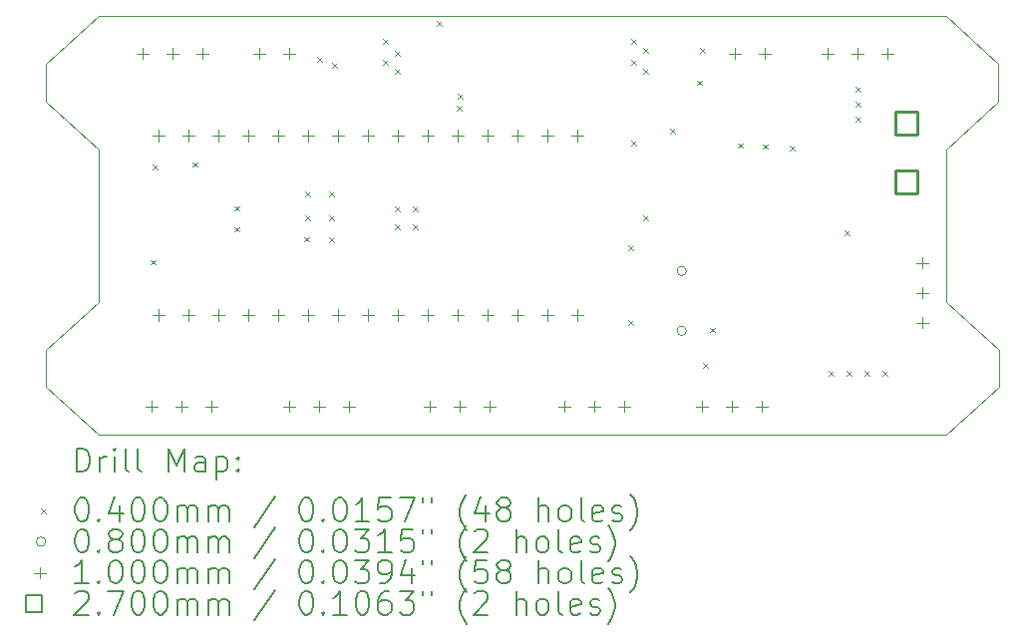
<source format=gbr>
%TF.GenerationSoftware,KiCad,Pcbnew,8.0.4*%
%TF.CreationDate,2024-08-28T14:32:16-04:00*%
%TF.ProjectId,luytenPCB,6c757974-656e-4504-9342-2e6b69636164,rev?*%
%TF.SameCoordinates,Original*%
%TF.FileFunction,Drillmap*%
%TF.FilePolarity,Positive*%
%FSLAX45Y45*%
G04 Gerber Fmt 4.5, Leading zero omitted, Abs format (unit mm)*
G04 Created by KiCad (PCBNEW 8.0.4) date 2024-08-28 14:32:16*
%MOMM*%
%LPD*%
G01*
G04 APERTURE LIST*
%ADD10C,0.100000*%
%ADD11C,0.200000*%
%ADD12C,0.270000*%
G04 APERTURE END LIST*
D10*
X4629150Y-6286500D02*
X4184650Y-5880100D01*
X4184650Y-5562600D02*
X4629150Y-5156200D01*
X11830050Y-5156200D02*
X12274550Y-5562600D01*
X4629150Y-3860800D02*
X4629150Y-5156200D01*
X12274550Y-5562600D02*
X12274550Y-5880100D01*
X11823700Y-2730500D02*
X12268200Y-3136900D01*
X12268200Y-3454400D02*
X11823700Y-3860800D01*
X4184650Y-3454400D02*
X4184650Y-3136900D01*
X11830050Y-6286500D02*
X4629150Y-6286500D01*
X4629150Y-3860800D02*
X4184650Y-3454400D01*
X12274550Y-5880100D02*
X11830050Y-6286500D01*
X4629150Y-2730500D02*
X11823700Y-2730500D01*
X4184650Y-5880100D02*
X4184650Y-5562600D01*
X12268200Y-3136900D02*
X12268200Y-3454400D01*
X11823700Y-3860800D02*
X11830050Y-5156200D01*
X4184650Y-3136900D02*
X4629150Y-2730500D01*
D11*
D10*
X5070160Y-4800920D02*
X5110160Y-4840920D01*
X5110160Y-4800920D02*
X5070160Y-4840920D01*
X5085400Y-3993200D02*
X5125400Y-4033200D01*
X5125400Y-3993200D02*
X5085400Y-4033200D01*
X5425760Y-3972880D02*
X5465760Y-4012880D01*
X5465760Y-3972880D02*
X5425760Y-4012880D01*
X5781360Y-4343720D02*
X5821360Y-4383720D01*
X5821360Y-4343720D02*
X5781360Y-4383720D01*
X5781360Y-4521520D02*
X5821360Y-4561520D01*
X5821360Y-4521520D02*
X5781360Y-4561520D01*
X6375720Y-4607880D02*
X6415720Y-4647880D01*
X6415720Y-4607880D02*
X6375720Y-4647880D01*
X6380800Y-4221800D02*
X6420800Y-4261800D01*
X6420800Y-4221800D02*
X6380800Y-4261800D01*
X6380800Y-4425000D02*
X6420800Y-4465000D01*
X6420800Y-4425000D02*
X6380800Y-4465000D01*
X6482400Y-3078800D02*
X6522400Y-3118800D01*
X6522400Y-3078800D02*
X6482400Y-3118800D01*
X6584000Y-4221800D02*
X6624000Y-4261800D01*
X6624000Y-4221800D02*
X6584000Y-4261800D01*
X6584000Y-4425000D02*
X6624000Y-4465000D01*
X6624000Y-4425000D02*
X6584000Y-4465000D01*
X6584000Y-4612960D02*
X6624000Y-4652960D01*
X6624000Y-4612960D02*
X6584000Y-4652960D01*
X6609400Y-3129600D02*
X6649400Y-3169600D01*
X6649400Y-3129600D02*
X6609400Y-3169600D01*
X7041200Y-2926400D02*
X7081200Y-2966400D01*
X7081200Y-2926400D02*
X7041200Y-2966400D01*
X7041200Y-3104200D02*
X7081200Y-3144200D01*
X7081200Y-3104200D02*
X7041200Y-3144200D01*
X7142800Y-3028000D02*
X7182800Y-3068000D01*
X7182800Y-3028000D02*
X7142800Y-3068000D01*
X7142800Y-3180400D02*
X7182800Y-3220400D01*
X7182800Y-3180400D02*
X7142800Y-3220400D01*
X7142800Y-4348800D02*
X7182800Y-4388800D01*
X7182800Y-4348800D02*
X7142800Y-4388800D01*
X7142800Y-4501200D02*
X7182800Y-4541200D01*
X7182800Y-4501200D02*
X7142800Y-4541200D01*
X7295200Y-4348800D02*
X7335200Y-4388800D01*
X7335200Y-4348800D02*
X7295200Y-4388800D01*
X7295200Y-4501200D02*
X7335200Y-4541200D01*
X7335200Y-4501200D02*
X7295200Y-4541200D01*
X7498400Y-2774000D02*
X7538400Y-2814000D01*
X7538400Y-2774000D02*
X7498400Y-2814000D01*
X7670944Y-3493622D02*
X7710944Y-3533622D01*
X7710944Y-3493622D02*
X7670944Y-3533622D01*
X7676200Y-3393760D02*
X7716200Y-3433760D01*
X7716200Y-3393760D02*
X7676200Y-3433760D01*
X9124000Y-4679000D02*
X9164000Y-4719000D01*
X9164000Y-4679000D02*
X9124000Y-4719000D01*
X9130000Y-5314000D02*
X9170000Y-5354000D01*
X9170000Y-5314000D02*
X9130000Y-5354000D01*
X9149400Y-2926400D02*
X9189400Y-2966400D01*
X9189400Y-2926400D02*
X9149400Y-2966400D01*
X9149400Y-3104200D02*
X9189400Y-3144200D01*
X9189400Y-3104200D02*
X9149400Y-3144200D01*
X9149400Y-3790000D02*
X9189400Y-3830000D01*
X9189400Y-3790000D02*
X9149400Y-3830000D01*
X9251000Y-3002600D02*
X9291000Y-3042600D01*
X9291000Y-3002600D02*
X9251000Y-3042600D01*
X9251000Y-3180400D02*
X9291000Y-3220400D01*
X9291000Y-3180400D02*
X9251000Y-3220400D01*
X9251000Y-4425000D02*
X9291000Y-4465000D01*
X9291000Y-4425000D02*
X9251000Y-4465000D01*
X9479600Y-3688400D02*
X9519600Y-3728400D01*
X9519600Y-3688400D02*
X9479600Y-3728400D01*
X9708200Y-3276920D02*
X9748200Y-3316920D01*
X9748200Y-3276920D02*
X9708200Y-3316920D01*
X9733600Y-3002600D02*
X9773600Y-3042600D01*
X9773600Y-3002600D02*
X9733600Y-3042600D01*
X9759000Y-5679760D02*
X9799000Y-5719760D01*
X9799000Y-5679760D02*
X9759000Y-5719760D01*
X9822500Y-5377500D02*
X9862500Y-5417500D01*
X9862500Y-5377500D02*
X9822500Y-5417500D01*
X10058720Y-3810320D02*
X10098720Y-3850320D01*
X10098720Y-3810320D02*
X10058720Y-3850320D01*
X10272080Y-3820480D02*
X10312080Y-3860480D01*
X10312080Y-3820480D02*
X10272080Y-3860480D01*
X10495600Y-3830640D02*
X10535600Y-3870640D01*
X10535600Y-3830640D02*
X10495600Y-3870640D01*
X10825800Y-5745800D02*
X10865800Y-5785800D01*
X10865800Y-5745800D02*
X10825800Y-5785800D01*
X10965500Y-4552000D02*
X11005500Y-4592000D01*
X11005500Y-4552000D02*
X10965500Y-4592000D01*
X10978200Y-5745800D02*
X11018200Y-5785800D01*
X11018200Y-5745800D02*
X10978200Y-5785800D01*
X11054400Y-3332800D02*
X11094400Y-3372800D01*
X11094400Y-3332800D02*
X11054400Y-3372800D01*
X11054400Y-3459800D02*
X11094400Y-3499800D01*
X11094400Y-3459800D02*
X11054400Y-3499800D01*
X11054400Y-3586800D02*
X11094400Y-3626800D01*
X11094400Y-3586800D02*
X11054400Y-3626800D01*
X11130600Y-5745800D02*
X11170600Y-5785800D01*
X11170600Y-5745800D02*
X11130600Y-5785800D01*
X11283000Y-5745800D02*
X11323000Y-5785800D01*
X11323000Y-5745800D02*
X11283000Y-5785800D01*
X9620270Y-4897120D02*
G75*
G02*
X9540270Y-4897120I-40000J0D01*
G01*
X9540270Y-4897120D02*
G75*
G02*
X9620270Y-4897120I40000J0D01*
G01*
X9620270Y-5405120D02*
G75*
G02*
X9540270Y-5405120I-40000J0D01*
G01*
X9540270Y-5405120D02*
G75*
G02*
X9620270Y-5405120I40000J0D01*
G01*
X5005300Y-2998000D02*
X5005300Y-3098000D01*
X4955300Y-3048000D02*
X5055300Y-3048000D01*
X5080000Y-5995200D02*
X5080000Y-6095200D01*
X5030000Y-6045200D02*
X5130000Y-6045200D01*
X5135880Y-3693960D02*
X5135880Y-3793960D01*
X5085880Y-3743960D02*
X5185880Y-3743960D01*
X5135880Y-5217960D02*
X5135880Y-5317960D01*
X5085880Y-5267960D02*
X5185880Y-5267960D01*
X5259300Y-2998000D02*
X5259300Y-3098000D01*
X5209300Y-3048000D02*
X5309300Y-3048000D01*
X5334000Y-5995200D02*
X5334000Y-6095200D01*
X5284000Y-6045200D02*
X5384000Y-6045200D01*
X5389880Y-3693960D02*
X5389880Y-3793960D01*
X5339880Y-3743960D02*
X5439880Y-3743960D01*
X5389880Y-5217960D02*
X5389880Y-5317960D01*
X5339880Y-5267960D02*
X5439880Y-5267960D01*
X5513300Y-2998000D02*
X5513300Y-3098000D01*
X5463300Y-3048000D02*
X5563300Y-3048000D01*
X5588000Y-5995200D02*
X5588000Y-6095200D01*
X5538000Y-6045200D02*
X5638000Y-6045200D01*
X5643880Y-3693960D02*
X5643880Y-3793960D01*
X5593880Y-3743960D02*
X5693880Y-3743960D01*
X5643880Y-5217960D02*
X5643880Y-5317960D01*
X5593880Y-5267960D02*
X5693880Y-5267960D01*
X5897880Y-3693960D02*
X5897880Y-3793960D01*
X5847880Y-3743960D02*
X5947880Y-3743960D01*
X5897880Y-5217960D02*
X5897880Y-5317960D01*
X5847880Y-5267960D02*
X5947880Y-5267960D01*
X5994400Y-2998000D02*
X5994400Y-3098000D01*
X5944400Y-3048000D02*
X6044400Y-3048000D01*
X6151880Y-3693960D02*
X6151880Y-3793960D01*
X6101880Y-3743960D02*
X6201880Y-3743960D01*
X6151880Y-5217960D02*
X6151880Y-5317960D01*
X6101880Y-5267960D02*
X6201880Y-5267960D01*
X6248400Y-2998000D02*
X6248400Y-3098000D01*
X6198400Y-3048000D02*
X6298400Y-3048000D01*
X6248400Y-5995200D02*
X6248400Y-6095200D01*
X6198400Y-6045200D02*
X6298400Y-6045200D01*
X6405880Y-3693960D02*
X6405880Y-3793960D01*
X6355880Y-3743960D02*
X6455880Y-3743960D01*
X6405880Y-5217960D02*
X6405880Y-5317960D01*
X6355880Y-5267960D02*
X6455880Y-5267960D01*
X6502400Y-5995200D02*
X6502400Y-6095200D01*
X6452400Y-6045200D02*
X6552400Y-6045200D01*
X6659880Y-3693960D02*
X6659880Y-3793960D01*
X6609880Y-3743960D02*
X6709880Y-3743960D01*
X6659880Y-5217960D02*
X6659880Y-5317960D01*
X6609880Y-5267960D02*
X6709880Y-5267960D01*
X6756400Y-5995200D02*
X6756400Y-6095200D01*
X6706400Y-6045200D02*
X6806400Y-6045200D01*
X6913880Y-3693960D02*
X6913880Y-3793960D01*
X6863880Y-3743960D02*
X6963880Y-3743960D01*
X6913880Y-5217960D02*
X6913880Y-5317960D01*
X6863880Y-5267960D02*
X6963880Y-5267960D01*
X7167880Y-3693960D02*
X7167880Y-3793960D01*
X7117880Y-3743960D02*
X7217880Y-3743960D01*
X7167880Y-5217960D02*
X7167880Y-5317960D01*
X7117880Y-5267960D02*
X7217880Y-5267960D01*
X7421880Y-3693960D02*
X7421880Y-3793960D01*
X7371880Y-3743960D02*
X7471880Y-3743960D01*
X7421880Y-5217960D02*
X7421880Y-5317960D01*
X7371880Y-5267960D02*
X7471880Y-5267960D01*
X7442200Y-5995200D02*
X7442200Y-6095200D01*
X7392200Y-6045200D02*
X7492200Y-6045200D01*
X7675880Y-3693960D02*
X7675880Y-3793960D01*
X7625880Y-3743960D02*
X7725880Y-3743960D01*
X7675880Y-5217960D02*
X7675880Y-5317960D01*
X7625880Y-5267960D02*
X7725880Y-5267960D01*
X7696200Y-5995200D02*
X7696200Y-6095200D01*
X7646200Y-6045200D02*
X7746200Y-6045200D01*
X7929880Y-3693960D02*
X7929880Y-3793960D01*
X7879880Y-3743960D02*
X7979880Y-3743960D01*
X7929880Y-5217960D02*
X7929880Y-5317960D01*
X7879880Y-5267960D02*
X7979880Y-5267960D01*
X7950200Y-5995200D02*
X7950200Y-6095200D01*
X7900200Y-6045200D02*
X8000200Y-6045200D01*
X8183880Y-3693960D02*
X8183880Y-3793960D01*
X8133880Y-3743960D02*
X8233880Y-3743960D01*
X8183880Y-5217960D02*
X8183880Y-5317960D01*
X8133880Y-5267960D02*
X8233880Y-5267960D01*
X8437880Y-3693960D02*
X8437880Y-3793960D01*
X8387880Y-3743960D02*
X8487880Y-3743960D01*
X8437880Y-5217960D02*
X8437880Y-5317960D01*
X8387880Y-5267960D02*
X8487880Y-5267960D01*
X8585200Y-5995200D02*
X8585200Y-6095200D01*
X8535200Y-6045200D02*
X8635200Y-6045200D01*
X8691880Y-3693960D02*
X8691880Y-3793960D01*
X8641880Y-3743960D02*
X8741880Y-3743960D01*
X8691880Y-5217960D02*
X8691880Y-5317960D01*
X8641880Y-5267960D02*
X8741880Y-5267960D01*
X8839200Y-5995200D02*
X8839200Y-6095200D01*
X8789200Y-6045200D02*
X8889200Y-6045200D01*
X9093200Y-5995200D02*
X9093200Y-6095200D01*
X9043200Y-6045200D02*
X9143200Y-6045200D01*
X9755100Y-5995200D02*
X9755100Y-6095200D01*
X9705100Y-6045200D02*
X9805100Y-6045200D01*
X10009100Y-5995200D02*
X10009100Y-6095200D01*
X9959100Y-6045200D02*
X10059100Y-6045200D01*
X10033000Y-2998000D02*
X10033000Y-3098000D01*
X9983000Y-3048000D02*
X10083000Y-3048000D01*
X10263100Y-5995200D02*
X10263100Y-6095200D01*
X10213100Y-6045200D02*
X10313100Y-6045200D01*
X10287000Y-2998000D02*
X10287000Y-3098000D01*
X10237000Y-3048000D02*
X10337000Y-3048000D01*
X10818900Y-2998000D02*
X10818900Y-3098000D01*
X10768900Y-3048000D02*
X10868900Y-3048000D01*
X11072900Y-2998000D02*
X11072900Y-3098000D01*
X11022900Y-3048000D02*
X11122900Y-3048000D01*
X11326900Y-2998000D02*
X11326900Y-3098000D01*
X11276900Y-3048000D02*
X11376900Y-3048000D01*
X11622555Y-4776000D02*
X11622555Y-4876000D01*
X11572555Y-4826000D02*
X11672555Y-4826000D01*
X11622555Y-5030000D02*
X11622555Y-5130000D01*
X11572555Y-5080000D02*
X11672555Y-5080000D01*
X11622555Y-5284000D02*
X11622555Y-5384000D01*
X11572555Y-5334000D02*
X11672555Y-5334000D01*
D12*
X11583449Y-3735376D02*
X11583449Y-3544456D01*
X11392529Y-3544456D01*
X11392529Y-3735376D01*
X11583449Y-3735376D01*
X11583449Y-4235377D02*
X11583449Y-4044456D01*
X11392529Y-4044456D01*
X11392529Y-4235377D01*
X11583449Y-4235377D01*
D11*
X4440427Y-6602984D02*
X4440427Y-6402984D01*
X4440427Y-6402984D02*
X4488046Y-6402984D01*
X4488046Y-6402984D02*
X4516617Y-6412508D01*
X4516617Y-6412508D02*
X4535665Y-6431555D01*
X4535665Y-6431555D02*
X4545189Y-6450603D01*
X4545189Y-6450603D02*
X4554713Y-6488698D01*
X4554713Y-6488698D02*
X4554713Y-6517269D01*
X4554713Y-6517269D02*
X4545189Y-6555365D01*
X4545189Y-6555365D02*
X4535665Y-6574412D01*
X4535665Y-6574412D02*
X4516617Y-6593460D01*
X4516617Y-6593460D02*
X4488046Y-6602984D01*
X4488046Y-6602984D02*
X4440427Y-6602984D01*
X4640427Y-6602984D02*
X4640427Y-6469650D01*
X4640427Y-6507746D02*
X4649951Y-6488698D01*
X4649951Y-6488698D02*
X4659474Y-6479174D01*
X4659474Y-6479174D02*
X4678522Y-6469650D01*
X4678522Y-6469650D02*
X4697570Y-6469650D01*
X4764236Y-6602984D02*
X4764236Y-6469650D01*
X4764236Y-6402984D02*
X4754713Y-6412508D01*
X4754713Y-6412508D02*
X4764236Y-6422031D01*
X4764236Y-6422031D02*
X4773760Y-6412508D01*
X4773760Y-6412508D02*
X4764236Y-6402984D01*
X4764236Y-6402984D02*
X4764236Y-6422031D01*
X4888046Y-6602984D02*
X4868998Y-6593460D01*
X4868998Y-6593460D02*
X4859474Y-6574412D01*
X4859474Y-6574412D02*
X4859474Y-6402984D01*
X4992808Y-6602984D02*
X4973760Y-6593460D01*
X4973760Y-6593460D02*
X4964236Y-6574412D01*
X4964236Y-6574412D02*
X4964236Y-6402984D01*
X5221379Y-6602984D02*
X5221379Y-6402984D01*
X5221379Y-6402984D02*
X5288046Y-6545841D01*
X5288046Y-6545841D02*
X5354713Y-6402984D01*
X5354713Y-6402984D02*
X5354713Y-6602984D01*
X5535665Y-6602984D02*
X5535665Y-6498222D01*
X5535665Y-6498222D02*
X5526141Y-6479174D01*
X5526141Y-6479174D02*
X5507094Y-6469650D01*
X5507094Y-6469650D02*
X5468998Y-6469650D01*
X5468998Y-6469650D02*
X5449951Y-6479174D01*
X5535665Y-6593460D02*
X5516617Y-6602984D01*
X5516617Y-6602984D02*
X5468998Y-6602984D01*
X5468998Y-6602984D02*
X5449951Y-6593460D01*
X5449951Y-6593460D02*
X5440427Y-6574412D01*
X5440427Y-6574412D02*
X5440427Y-6555365D01*
X5440427Y-6555365D02*
X5449951Y-6536317D01*
X5449951Y-6536317D02*
X5468998Y-6526793D01*
X5468998Y-6526793D02*
X5516617Y-6526793D01*
X5516617Y-6526793D02*
X5535665Y-6517269D01*
X5630903Y-6469650D02*
X5630903Y-6669650D01*
X5630903Y-6479174D02*
X5649951Y-6469650D01*
X5649951Y-6469650D02*
X5688046Y-6469650D01*
X5688046Y-6469650D02*
X5707093Y-6479174D01*
X5707093Y-6479174D02*
X5716617Y-6488698D01*
X5716617Y-6488698D02*
X5726141Y-6507746D01*
X5726141Y-6507746D02*
X5726141Y-6564888D01*
X5726141Y-6564888D02*
X5716617Y-6583936D01*
X5716617Y-6583936D02*
X5707093Y-6593460D01*
X5707093Y-6593460D02*
X5688046Y-6602984D01*
X5688046Y-6602984D02*
X5649951Y-6602984D01*
X5649951Y-6602984D02*
X5630903Y-6593460D01*
X5811855Y-6583936D02*
X5821379Y-6593460D01*
X5821379Y-6593460D02*
X5811855Y-6602984D01*
X5811855Y-6602984D02*
X5802332Y-6593460D01*
X5802332Y-6593460D02*
X5811855Y-6583936D01*
X5811855Y-6583936D02*
X5811855Y-6602984D01*
X5811855Y-6479174D02*
X5821379Y-6488698D01*
X5821379Y-6488698D02*
X5811855Y-6498222D01*
X5811855Y-6498222D02*
X5802332Y-6488698D01*
X5802332Y-6488698D02*
X5811855Y-6479174D01*
X5811855Y-6479174D02*
X5811855Y-6498222D01*
D10*
X4139650Y-6911500D02*
X4179650Y-6951500D01*
X4179650Y-6911500D02*
X4139650Y-6951500D01*
D11*
X4478522Y-6822984D02*
X4497570Y-6822984D01*
X4497570Y-6822984D02*
X4516617Y-6832508D01*
X4516617Y-6832508D02*
X4526141Y-6842031D01*
X4526141Y-6842031D02*
X4535665Y-6861079D01*
X4535665Y-6861079D02*
X4545189Y-6899174D01*
X4545189Y-6899174D02*
X4545189Y-6946793D01*
X4545189Y-6946793D02*
X4535665Y-6984888D01*
X4535665Y-6984888D02*
X4526141Y-7003936D01*
X4526141Y-7003936D02*
X4516617Y-7013460D01*
X4516617Y-7013460D02*
X4497570Y-7022984D01*
X4497570Y-7022984D02*
X4478522Y-7022984D01*
X4478522Y-7022984D02*
X4459474Y-7013460D01*
X4459474Y-7013460D02*
X4449951Y-7003936D01*
X4449951Y-7003936D02*
X4440427Y-6984888D01*
X4440427Y-6984888D02*
X4430903Y-6946793D01*
X4430903Y-6946793D02*
X4430903Y-6899174D01*
X4430903Y-6899174D02*
X4440427Y-6861079D01*
X4440427Y-6861079D02*
X4449951Y-6842031D01*
X4449951Y-6842031D02*
X4459474Y-6832508D01*
X4459474Y-6832508D02*
X4478522Y-6822984D01*
X4630903Y-7003936D02*
X4640427Y-7013460D01*
X4640427Y-7013460D02*
X4630903Y-7022984D01*
X4630903Y-7022984D02*
X4621379Y-7013460D01*
X4621379Y-7013460D02*
X4630903Y-7003936D01*
X4630903Y-7003936D02*
X4630903Y-7022984D01*
X4811855Y-6889650D02*
X4811855Y-7022984D01*
X4764236Y-6813460D02*
X4716617Y-6956317D01*
X4716617Y-6956317D02*
X4840427Y-6956317D01*
X4954713Y-6822984D02*
X4973760Y-6822984D01*
X4973760Y-6822984D02*
X4992808Y-6832508D01*
X4992808Y-6832508D02*
X5002332Y-6842031D01*
X5002332Y-6842031D02*
X5011855Y-6861079D01*
X5011855Y-6861079D02*
X5021379Y-6899174D01*
X5021379Y-6899174D02*
X5021379Y-6946793D01*
X5021379Y-6946793D02*
X5011855Y-6984888D01*
X5011855Y-6984888D02*
X5002332Y-7003936D01*
X5002332Y-7003936D02*
X4992808Y-7013460D01*
X4992808Y-7013460D02*
X4973760Y-7022984D01*
X4973760Y-7022984D02*
X4954713Y-7022984D01*
X4954713Y-7022984D02*
X4935665Y-7013460D01*
X4935665Y-7013460D02*
X4926141Y-7003936D01*
X4926141Y-7003936D02*
X4916617Y-6984888D01*
X4916617Y-6984888D02*
X4907094Y-6946793D01*
X4907094Y-6946793D02*
X4907094Y-6899174D01*
X4907094Y-6899174D02*
X4916617Y-6861079D01*
X4916617Y-6861079D02*
X4926141Y-6842031D01*
X4926141Y-6842031D02*
X4935665Y-6832508D01*
X4935665Y-6832508D02*
X4954713Y-6822984D01*
X5145189Y-6822984D02*
X5164236Y-6822984D01*
X5164236Y-6822984D02*
X5183284Y-6832508D01*
X5183284Y-6832508D02*
X5192808Y-6842031D01*
X5192808Y-6842031D02*
X5202332Y-6861079D01*
X5202332Y-6861079D02*
X5211855Y-6899174D01*
X5211855Y-6899174D02*
X5211855Y-6946793D01*
X5211855Y-6946793D02*
X5202332Y-6984888D01*
X5202332Y-6984888D02*
X5192808Y-7003936D01*
X5192808Y-7003936D02*
X5183284Y-7013460D01*
X5183284Y-7013460D02*
X5164236Y-7022984D01*
X5164236Y-7022984D02*
X5145189Y-7022984D01*
X5145189Y-7022984D02*
X5126141Y-7013460D01*
X5126141Y-7013460D02*
X5116617Y-7003936D01*
X5116617Y-7003936D02*
X5107094Y-6984888D01*
X5107094Y-6984888D02*
X5097570Y-6946793D01*
X5097570Y-6946793D02*
X5097570Y-6899174D01*
X5097570Y-6899174D02*
X5107094Y-6861079D01*
X5107094Y-6861079D02*
X5116617Y-6842031D01*
X5116617Y-6842031D02*
X5126141Y-6832508D01*
X5126141Y-6832508D02*
X5145189Y-6822984D01*
X5297570Y-7022984D02*
X5297570Y-6889650D01*
X5297570Y-6908698D02*
X5307094Y-6899174D01*
X5307094Y-6899174D02*
X5326141Y-6889650D01*
X5326141Y-6889650D02*
X5354713Y-6889650D01*
X5354713Y-6889650D02*
X5373760Y-6899174D01*
X5373760Y-6899174D02*
X5383284Y-6918222D01*
X5383284Y-6918222D02*
X5383284Y-7022984D01*
X5383284Y-6918222D02*
X5392808Y-6899174D01*
X5392808Y-6899174D02*
X5411855Y-6889650D01*
X5411855Y-6889650D02*
X5440427Y-6889650D01*
X5440427Y-6889650D02*
X5459475Y-6899174D01*
X5459475Y-6899174D02*
X5468998Y-6918222D01*
X5468998Y-6918222D02*
X5468998Y-7022984D01*
X5564236Y-7022984D02*
X5564236Y-6889650D01*
X5564236Y-6908698D02*
X5573760Y-6899174D01*
X5573760Y-6899174D02*
X5592808Y-6889650D01*
X5592808Y-6889650D02*
X5621379Y-6889650D01*
X5621379Y-6889650D02*
X5640427Y-6899174D01*
X5640427Y-6899174D02*
X5649951Y-6918222D01*
X5649951Y-6918222D02*
X5649951Y-7022984D01*
X5649951Y-6918222D02*
X5659474Y-6899174D01*
X5659474Y-6899174D02*
X5678522Y-6889650D01*
X5678522Y-6889650D02*
X5707093Y-6889650D01*
X5707093Y-6889650D02*
X5726141Y-6899174D01*
X5726141Y-6899174D02*
X5735665Y-6918222D01*
X5735665Y-6918222D02*
X5735665Y-7022984D01*
X6126141Y-6813460D02*
X5954713Y-7070603D01*
X6383284Y-6822984D02*
X6402332Y-6822984D01*
X6402332Y-6822984D02*
X6421379Y-6832508D01*
X6421379Y-6832508D02*
X6430903Y-6842031D01*
X6430903Y-6842031D02*
X6440427Y-6861079D01*
X6440427Y-6861079D02*
X6449951Y-6899174D01*
X6449951Y-6899174D02*
X6449951Y-6946793D01*
X6449951Y-6946793D02*
X6440427Y-6984888D01*
X6440427Y-6984888D02*
X6430903Y-7003936D01*
X6430903Y-7003936D02*
X6421379Y-7013460D01*
X6421379Y-7013460D02*
X6402332Y-7022984D01*
X6402332Y-7022984D02*
X6383284Y-7022984D01*
X6383284Y-7022984D02*
X6364236Y-7013460D01*
X6364236Y-7013460D02*
X6354713Y-7003936D01*
X6354713Y-7003936D02*
X6345189Y-6984888D01*
X6345189Y-6984888D02*
X6335665Y-6946793D01*
X6335665Y-6946793D02*
X6335665Y-6899174D01*
X6335665Y-6899174D02*
X6345189Y-6861079D01*
X6345189Y-6861079D02*
X6354713Y-6842031D01*
X6354713Y-6842031D02*
X6364236Y-6832508D01*
X6364236Y-6832508D02*
X6383284Y-6822984D01*
X6535665Y-7003936D02*
X6545189Y-7013460D01*
X6545189Y-7013460D02*
X6535665Y-7022984D01*
X6535665Y-7022984D02*
X6526141Y-7013460D01*
X6526141Y-7013460D02*
X6535665Y-7003936D01*
X6535665Y-7003936D02*
X6535665Y-7022984D01*
X6668998Y-6822984D02*
X6688046Y-6822984D01*
X6688046Y-6822984D02*
X6707094Y-6832508D01*
X6707094Y-6832508D02*
X6716617Y-6842031D01*
X6716617Y-6842031D02*
X6726141Y-6861079D01*
X6726141Y-6861079D02*
X6735665Y-6899174D01*
X6735665Y-6899174D02*
X6735665Y-6946793D01*
X6735665Y-6946793D02*
X6726141Y-6984888D01*
X6726141Y-6984888D02*
X6716617Y-7003936D01*
X6716617Y-7003936D02*
X6707094Y-7013460D01*
X6707094Y-7013460D02*
X6688046Y-7022984D01*
X6688046Y-7022984D02*
X6668998Y-7022984D01*
X6668998Y-7022984D02*
X6649951Y-7013460D01*
X6649951Y-7013460D02*
X6640427Y-7003936D01*
X6640427Y-7003936D02*
X6630903Y-6984888D01*
X6630903Y-6984888D02*
X6621379Y-6946793D01*
X6621379Y-6946793D02*
X6621379Y-6899174D01*
X6621379Y-6899174D02*
X6630903Y-6861079D01*
X6630903Y-6861079D02*
X6640427Y-6842031D01*
X6640427Y-6842031D02*
X6649951Y-6832508D01*
X6649951Y-6832508D02*
X6668998Y-6822984D01*
X6926141Y-7022984D02*
X6811856Y-7022984D01*
X6868998Y-7022984D02*
X6868998Y-6822984D01*
X6868998Y-6822984D02*
X6849951Y-6851555D01*
X6849951Y-6851555D02*
X6830903Y-6870603D01*
X6830903Y-6870603D02*
X6811856Y-6880127D01*
X7107094Y-6822984D02*
X7011856Y-6822984D01*
X7011856Y-6822984D02*
X7002332Y-6918222D01*
X7002332Y-6918222D02*
X7011856Y-6908698D01*
X7011856Y-6908698D02*
X7030903Y-6899174D01*
X7030903Y-6899174D02*
X7078522Y-6899174D01*
X7078522Y-6899174D02*
X7097570Y-6908698D01*
X7097570Y-6908698D02*
X7107094Y-6918222D01*
X7107094Y-6918222D02*
X7116617Y-6937269D01*
X7116617Y-6937269D02*
X7116617Y-6984888D01*
X7116617Y-6984888D02*
X7107094Y-7003936D01*
X7107094Y-7003936D02*
X7097570Y-7013460D01*
X7097570Y-7013460D02*
X7078522Y-7022984D01*
X7078522Y-7022984D02*
X7030903Y-7022984D01*
X7030903Y-7022984D02*
X7011856Y-7013460D01*
X7011856Y-7013460D02*
X7002332Y-7003936D01*
X7183284Y-6822984D02*
X7316617Y-6822984D01*
X7316617Y-6822984D02*
X7230903Y-7022984D01*
X7383284Y-6822984D02*
X7383284Y-6861079D01*
X7459475Y-6822984D02*
X7459475Y-6861079D01*
X7754713Y-7099174D02*
X7745189Y-7089650D01*
X7745189Y-7089650D02*
X7726141Y-7061079D01*
X7726141Y-7061079D02*
X7716618Y-7042031D01*
X7716618Y-7042031D02*
X7707094Y-7013460D01*
X7707094Y-7013460D02*
X7697570Y-6965841D01*
X7697570Y-6965841D02*
X7697570Y-6927746D01*
X7697570Y-6927746D02*
X7707094Y-6880127D01*
X7707094Y-6880127D02*
X7716618Y-6851555D01*
X7716618Y-6851555D02*
X7726141Y-6832508D01*
X7726141Y-6832508D02*
X7745189Y-6803936D01*
X7745189Y-6803936D02*
X7754713Y-6794412D01*
X7916618Y-6889650D02*
X7916618Y-7022984D01*
X7868998Y-6813460D02*
X7821379Y-6956317D01*
X7821379Y-6956317D02*
X7945189Y-6956317D01*
X8049951Y-6908698D02*
X8030903Y-6899174D01*
X8030903Y-6899174D02*
X8021379Y-6889650D01*
X8021379Y-6889650D02*
X8011856Y-6870603D01*
X8011856Y-6870603D02*
X8011856Y-6861079D01*
X8011856Y-6861079D02*
X8021379Y-6842031D01*
X8021379Y-6842031D02*
X8030903Y-6832508D01*
X8030903Y-6832508D02*
X8049951Y-6822984D01*
X8049951Y-6822984D02*
X8088046Y-6822984D01*
X8088046Y-6822984D02*
X8107094Y-6832508D01*
X8107094Y-6832508D02*
X8116618Y-6842031D01*
X8116618Y-6842031D02*
X8126141Y-6861079D01*
X8126141Y-6861079D02*
X8126141Y-6870603D01*
X8126141Y-6870603D02*
X8116618Y-6889650D01*
X8116618Y-6889650D02*
X8107094Y-6899174D01*
X8107094Y-6899174D02*
X8088046Y-6908698D01*
X8088046Y-6908698D02*
X8049951Y-6908698D01*
X8049951Y-6908698D02*
X8030903Y-6918222D01*
X8030903Y-6918222D02*
X8021379Y-6927746D01*
X8021379Y-6927746D02*
X8011856Y-6946793D01*
X8011856Y-6946793D02*
X8011856Y-6984888D01*
X8011856Y-6984888D02*
X8021379Y-7003936D01*
X8021379Y-7003936D02*
X8030903Y-7013460D01*
X8030903Y-7013460D02*
X8049951Y-7022984D01*
X8049951Y-7022984D02*
X8088046Y-7022984D01*
X8088046Y-7022984D02*
X8107094Y-7013460D01*
X8107094Y-7013460D02*
X8116618Y-7003936D01*
X8116618Y-7003936D02*
X8126141Y-6984888D01*
X8126141Y-6984888D02*
X8126141Y-6946793D01*
X8126141Y-6946793D02*
X8116618Y-6927746D01*
X8116618Y-6927746D02*
X8107094Y-6918222D01*
X8107094Y-6918222D02*
X8088046Y-6908698D01*
X8364237Y-7022984D02*
X8364237Y-6822984D01*
X8449951Y-7022984D02*
X8449951Y-6918222D01*
X8449951Y-6918222D02*
X8440427Y-6899174D01*
X8440427Y-6899174D02*
X8421380Y-6889650D01*
X8421380Y-6889650D02*
X8392808Y-6889650D01*
X8392808Y-6889650D02*
X8373760Y-6899174D01*
X8373760Y-6899174D02*
X8364237Y-6908698D01*
X8573761Y-7022984D02*
X8554713Y-7013460D01*
X8554713Y-7013460D02*
X8545189Y-7003936D01*
X8545189Y-7003936D02*
X8535665Y-6984888D01*
X8535665Y-6984888D02*
X8535665Y-6927746D01*
X8535665Y-6927746D02*
X8545189Y-6908698D01*
X8545189Y-6908698D02*
X8554713Y-6899174D01*
X8554713Y-6899174D02*
X8573761Y-6889650D01*
X8573761Y-6889650D02*
X8602332Y-6889650D01*
X8602332Y-6889650D02*
X8621380Y-6899174D01*
X8621380Y-6899174D02*
X8630903Y-6908698D01*
X8630903Y-6908698D02*
X8640427Y-6927746D01*
X8640427Y-6927746D02*
X8640427Y-6984888D01*
X8640427Y-6984888D02*
X8630903Y-7003936D01*
X8630903Y-7003936D02*
X8621380Y-7013460D01*
X8621380Y-7013460D02*
X8602332Y-7022984D01*
X8602332Y-7022984D02*
X8573761Y-7022984D01*
X8754713Y-7022984D02*
X8735665Y-7013460D01*
X8735665Y-7013460D02*
X8726142Y-6994412D01*
X8726142Y-6994412D02*
X8726142Y-6822984D01*
X8907094Y-7013460D02*
X8888046Y-7022984D01*
X8888046Y-7022984D02*
X8849951Y-7022984D01*
X8849951Y-7022984D02*
X8830903Y-7013460D01*
X8830903Y-7013460D02*
X8821380Y-6994412D01*
X8821380Y-6994412D02*
X8821380Y-6918222D01*
X8821380Y-6918222D02*
X8830903Y-6899174D01*
X8830903Y-6899174D02*
X8849951Y-6889650D01*
X8849951Y-6889650D02*
X8888046Y-6889650D01*
X8888046Y-6889650D02*
X8907094Y-6899174D01*
X8907094Y-6899174D02*
X8916618Y-6918222D01*
X8916618Y-6918222D02*
X8916618Y-6937269D01*
X8916618Y-6937269D02*
X8821380Y-6956317D01*
X8992808Y-7013460D02*
X9011856Y-7022984D01*
X9011856Y-7022984D02*
X9049951Y-7022984D01*
X9049951Y-7022984D02*
X9068999Y-7013460D01*
X9068999Y-7013460D02*
X9078523Y-6994412D01*
X9078523Y-6994412D02*
X9078523Y-6984888D01*
X9078523Y-6984888D02*
X9068999Y-6965841D01*
X9068999Y-6965841D02*
X9049951Y-6956317D01*
X9049951Y-6956317D02*
X9021380Y-6956317D01*
X9021380Y-6956317D02*
X9002332Y-6946793D01*
X9002332Y-6946793D02*
X8992808Y-6927746D01*
X8992808Y-6927746D02*
X8992808Y-6918222D01*
X8992808Y-6918222D02*
X9002332Y-6899174D01*
X9002332Y-6899174D02*
X9021380Y-6889650D01*
X9021380Y-6889650D02*
X9049951Y-6889650D01*
X9049951Y-6889650D02*
X9068999Y-6899174D01*
X9145189Y-7099174D02*
X9154713Y-7089650D01*
X9154713Y-7089650D02*
X9173761Y-7061079D01*
X9173761Y-7061079D02*
X9183284Y-7042031D01*
X9183284Y-7042031D02*
X9192808Y-7013460D01*
X9192808Y-7013460D02*
X9202332Y-6965841D01*
X9202332Y-6965841D02*
X9202332Y-6927746D01*
X9202332Y-6927746D02*
X9192808Y-6880127D01*
X9192808Y-6880127D02*
X9183284Y-6851555D01*
X9183284Y-6851555D02*
X9173761Y-6832508D01*
X9173761Y-6832508D02*
X9154713Y-6803936D01*
X9154713Y-6803936D02*
X9145189Y-6794412D01*
D10*
X4179650Y-7195500D02*
G75*
G02*
X4099650Y-7195500I-40000J0D01*
G01*
X4099650Y-7195500D02*
G75*
G02*
X4179650Y-7195500I40000J0D01*
G01*
D11*
X4478522Y-7086984D02*
X4497570Y-7086984D01*
X4497570Y-7086984D02*
X4516617Y-7096508D01*
X4516617Y-7096508D02*
X4526141Y-7106031D01*
X4526141Y-7106031D02*
X4535665Y-7125079D01*
X4535665Y-7125079D02*
X4545189Y-7163174D01*
X4545189Y-7163174D02*
X4545189Y-7210793D01*
X4545189Y-7210793D02*
X4535665Y-7248888D01*
X4535665Y-7248888D02*
X4526141Y-7267936D01*
X4526141Y-7267936D02*
X4516617Y-7277460D01*
X4516617Y-7277460D02*
X4497570Y-7286984D01*
X4497570Y-7286984D02*
X4478522Y-7286984D01*
X4478522Y-7286984D02*
X4459474Y-7277460D01*
X4459474Y-7277460D02*
X4449951Y-7267936D01*
X4449951Y-7267936D02*
X4440427Y-7248888D01*
X4440427Y-7248888D02*
X4430903Y-7210793D01*
X4430903Y-7210793D02*
X4430903Y-7163174D01*
X4430903Y-7163174D02*
X4440427Y-7125079D01*
X4440427Y-7125079D02*
X4449951Y-7106031D01*
X4449951Y-7106031D02*
X4459474Y-7096508D01*
X4459474Y-7096508D02*
X4478522Y-7086984D01*
X4630903Y-7267936D02*
X4640427Y-7277460D01*
X4640427Y-7277460D02*
X4630903Y-7286984D01*
X4630903Y-7286984D02*
X4621379Y-7277460D01*
X4621379Y-7277460D02*
X4630903Y-7267936D01*
X4630903Y-7267936D02*
X4630903Y-7286984D01*
X4754713Y-7172698D02*
X4735665Y-7163174D01*
X4735665Y-7163174D02*
X4726141Y-7153650D01*
X4726141Y-7153650D02*
X4716617Y-7134603D01*
X4716617Y-7134603D02*
X4716617Y-7125079D01*
X4716617Y-7125079D02*
X4726141Y-7106031D01*
X4726141Y-7106031D02*
X4735665Y-7096508D01*
X4735665Y-7096508D02*
X4754713Y-7086984D01*
X4754713Y-7086984D02*
X4792808Y-7086984D01*
X4792808Y-7086984D02*
X4811855Y-7096508D01*
X4811855Y-7096508D02*
X4821379Y-7106031D01*
X4821379Y-7106031D02*
X4830903Y-7125079D01*
X4830903Y-7125079D02*
X4830903Y-7134603D01*
X4830903Y-7134603D02*
X4821379Y-7153650D01*
X4821379Y-7153650D02*
X4811855Y-7163174D01*
X4811855Y-7163174D02*
X4792808Y-7172698D01*
X4792808Y-7172698D02*
X4754713Y-7172698D01*
X4754713Y-7172698D02*
X4735665Y-7182222D01*
X4735665Y-7182222D02*
X4726141Y-7191746D01*
X4726141Y-7191746D02*
X4716617Y-7210793D01*
X4716617Y-7210793D02*
X4716617Y-7248888D01*
X4716617Y-7248888D02*
X4726141Y-7267936D01*
X4726141Y-7267936D02*
X4735665Y-7277460D01*
X4735665Y-7277460D02*
X4754713Y-7286984D01*
X4754713Y-7286984D02*
X4792808Y-7286984D01*
X4792808Y-7286984D02*
X4811855Y-7277460D01*
X4811855Y-7277460D02*
X4821379Y-7267936D01*
X4821379Y-7267936D02*
X4830903Y-7248888D01*
X4830903Y-7248888D02*
X4830903Y-7210793D01*
X4830903Y-7210793D02*
X4821379Y-7191746D01*
X4821379Y-7191746D02*
X4811855Y-7182222D01*
X4811855Y-7182222D02*
X4792808Y-7172698D01*
X4954713Y-7086984D02*
X4973760Y-7086984D01*
X4973760Y-7086984D02*
X4992808Y-7096508D01*
X4992808Y-7096508D02*
X5002332Y-7106031D01*
X5002332Y-7106031D02*
X5011855Y-7125079D01*
X5011855Y-7125079D02*
X5021379Y-7163174D01*
X5021379Y-7163174D02*
X5021379Y-7210793D01*
X5021379Y-7210793D02*
X5011855Y-7248888D01*
X5011855Y-7248888D02*
X5002332Y-7267936D01*
X5002332Y-7267936D02*
X4992808Y-7277460D01*
X4992808Y-7277460D02*
X4973760Y-7286984D01*
X4973760Y-7286984D02*
X4954713Y-7286984D01*
X4954713Y-7286984D02*
X4935665Y-7277460D01*
X4935665Y-7277460D02*
X4926141Y-7267936D01*
X4926141Y-7267936D02*
X4916617Y-7248888D01*
X4916617Y-7248888D02*
X4907094Y-7210793D01*
X4907094Y-7210793D02*
X4907094Y-7163174D01*
X4907094Y-7163174D02*
X4916617Y-7125079D01*
X4916617Y-7125079D02*
X4926141Y-7106031D01*
X4926141Y-7106031D02*
X4935665Y-7096508D01*
X4935665Y-7096508D02*
X4954713Y-7086984D01*
X5145189Y-7086984D02*
X5164236Y-7086984D01*
X5164236Y-7086984D02*
X5183284Y-7096508D01*
X5183284Y-7096508D02*
X5192808Y-7106031D01*
X5192808Y-7106031D02*
X5202332Y-7125079D01*
X5202332Y-7125079D02*
X5211855Y-7163174D01*
X5211855Y-7163174D02*
X5211855Y-7210793D01*
X5211855Y-7210793D02*
X5202332Y-7248888D01*
X5202332Y-7248888D02*
X5192808Y-7267936D01*
X5192808Y-7267936D02*
X5183284Y-7277460D01*
X5183284Y-7277460D02*
X5164236Y-7286984D01*
X5164236Y-7286984D02*
X5145189Y-7286984D01*
X5145189Y-7286984D02*
X5126141Y-7277460D01*
X5126141Y-7277460D02*
X5116617Y-7267936D01*
X5116617Y-7267936D02*
X5107094Y-7248888D01*
X5107094Y-7248888D02*
X5097570Y-7210793D01*
X5097570Y-7210793D02*
X5097570Y-7163174D01*
X5097570Y-7163174D02*
X5107094Y-7125079D01*
X5107094Y-7125079D02*
X5116617Y-7106031D01*
X5116617Y-7106031D02*
X5126141Y-7096508D01*
X5126141Y-7096508D02*
X5145189Y-7086984D01*
X5297570Y-7286984D02*
X5297570Y-7153650D01*
X5297570Y-7172698D02*
X5307094Y-7163174D01*
X5307094Y-7163174D02*
X5326141Y-7153650D01*
X5326141Y-7153650D02*
X5354713Y-7153650D01*
X5354713Y-7153650D02*
X5373760Y-7163174D01*
X5373760Y-7163174D02*
X5383284Y-7182222D01*
X5383284Y-7182222D02*
X5383284Y-7286984D01*
X5383284Y-7182222D02*
X5392808Y-7163174D01*
X5392808Y-7163174D02*
X5411855Y-7153650D01*
X5411855Y-7153650D02*
X5440427Y-7153650D01*
X5440427Y-7153650D02*
X5459475Y-7163174D01*
X5459475Y-7163174D02*
X5468998Y-7182222D01*
X5468998Y-7182222D02*
X5468998Y-7286984D01*
X5564236Y-7286984D02*
X5564236Y-7153650D01*
X5564236Y-7172698D02*
X5573760Y-7163174D01*
X5573760Y-7163174D02*
X5592808Y-7153650D01*
X5592808Y-7153650D02*
X5621379Y-7153650D01*
X5621379Y-7153650D02*
X5640427Y-7163174D01*
X5640427Y-7163174D02*
X5649951Y-7182222D01*
X5649951Y-7182222D02*
X5649951Y-7286984D01*
X5649951Y-7182222D02*
X5659474Y-7163174D01*
X5659474Y-7163174D02*
X5678522Y-7153650D01*
X5678522Y-7153650D02*
X5707093Y-7153650D01*
X5707093Y-7153650D02*
X5726141Y-7163174D01*
X5726141Y-7163174D02*
X5735665Y-7182222D01*
X5735665Y-7182222D02*
X5735665Y-7286984D01*
X6126141Y-7077460D02*
X5954713Y-7334603D01*
X6383284Y-7086984D02*
X6402332Y-7086984D01*
X6402332Y-7086984D02*
X6421379Y-7096508D01*
X6421379Y-7096508D02*
X6430903Y-7106031D01*
X6430903Y-7106031D02*
X6440427Y-7125079D01*
X6440427Y-7125079D02*
X6449951Y-7163174D01*
X6449951Y-7163174D02*
X6449951Y-7210793D01*
X6449951Y-7210793D02*
X6440427Y-7248888D01*
X6440427Y-7248888D02*
X6430903Y-7267936D01*
X6430903Y-7267936D02*
X6421379Y-7277460D01*
X6421379Y-7277460D02*
X6402332Y-7286984D01*
X6402332Y-7286984D02*
X6383284Y-7286984D01*
X6383284Y-7286984D02*
X6364236Y-7277460D01*
X6364236Y-7277460D02*
X6354713Y-7267936D01*
X6354713Y-7267936D02*
X6345189Y-7248888D01*
X6345189Y-7248888D02*
X6335665Y-7210793D01*
X6335665Y-7210793D02*
X6335665Y-7163174D01*
X6335665Y-7163174D02*
X6345189Y-7125079D01*
X6345189Y-7125079D02*
X6354713Y-7106031D01*
X6354713Y-7106031D02*
X6364236Y-7096508D01*
X6364236Y-7096508D02*
X6383284Y-7086984D01*
X6535665Y-7267936D02*
X6545189Y-7277460D01*
X6545189Y-7277460D02*
X6535665Y-7286984D01*
X6535665Y-7286984D02*
X6526141Y-7277460D01*
X6526141Y-7277460D02*
X6535665Y-7267936D01*
X6535665Y-7267936D02*
X6535665Y-7286984D01*
X6668998Y-7086984D02*
X6688046Y-7086984D01*
X6688046Y-7086984D02*
X6707094Y-7096508D01*
X6707094Y-7096508D02*
X6716617Y-7106031D01*
X6716617Y-7106031D02*
X6726141Y-7125079D01*
X6726141Y-7125079D02*
X6735665Y-7163174D01*
X6735665Y-7163174D02*
X6735665Y-7210793D01*
X6735665Y-7210793D02*
X6726141Y-7248888D01*
X6726141Y-7248888D02*
X6716617Y-7267936D01*
X6716617Y-7267936D02*
X6707094Y-7277460D01*
X6707094Y-7277460D02*
X6688046Y-7286984D01*
X6688046Y-7286984D02*
X6668998Y-7286984D01*
X6668998Y-7286984D02*
X6649951Y-7277460D01*
X6649951Y-7277460D02*
X6640427Y-7267936D01*
X6640427Y-7267936D02*
X6630903Y-7248888D01*
X6630903Y-7248888D02*
X6621379Y-7210793D01*
X6621379Y-7210793D02*
X6621379Y-7163174D01*
X6621379Y-7163174D02*
X6630903Y-7125079D01*
X6630903Y-7125079D02*
X6640427Y-7106031D01*
X6640427Y-7106031D02*
X6649951Y-7096508D01*
X6649951Y-7096508D02*
X6668998Y-7086984D01*
X6802332Y-7086984D02*
X6926141Y-7086984D01*
X6926141Y-7086984D02*
X6859475Y-7163174D01*
X6859475Y-7163174D02*
X6888046Y-7163174D01*
X6888046Y-7163174D02*
X6907094Y-7172698D01*
X6907094Y-7172698D02*
X6916617Y-7182222D01*
X6916617Y-7182222D02*
X6926141Y-7201269D01*
X6926141Y-7201269D02*
X6926141Y-7248888D01*
X6926141Y-7248888D02*
X6916617Y-7267936D01*
X6916617Y-7267936D02*
X6907094Y-7277460D01*
X6907094Y-7277460D02*
X6888046Y-7286984D01*
X6888046Y-7286984D02*
X6830903Y-7286984D01*
X6830903Y-7286984D02*
X6811856Y-7277460D01*
X6811856Y-7277460D02*
X6802332Y-7267936D01*
X7116617Y-7286984D02*
X7002332Y-7286984D01*
X7059475Y-7286984D02*
X7059475Y-7086984D01*
X7059475Y-7086984D02*
X7040427Y-7115555D01*
X7040427Y-7115555D02*
X7021379Y-7134603D01*
X7021379Y-7134603D02*
X7002332Y-7144127D01*
X7297570Y-7086984D02*
X7202332Y-7086984D01*
X7202332Y-7086984D02*
X7192808Y-7182222D01*
X7192808Y-7182222D02*
X7202332Y-7172698D01*
X7202332Y-7172698D02*
X7221379Y-7163174D01*
X7221379Y-7163174D02*
X7268998Y-7163174D01*
X7268998Y-7163174D02*
X7288046Y-7172698D01*
X7288046Y-7172698D02*
X7297570Y-7182222D01*
X7297570Y-7182222D02*
X7307094Y-7201269D01*
X7307094Y-7201269D02*
X7307094Y-7248888D01*
X7307094Y-7248888D02*
X7297570Y-7267936D01*
X7297570Y-7267936D02*
X7288046Y-7277460D01*
X7288046Y-7277460D02*
X7268998Y-7286984D01*
X7268998Y-7286984D02*
X7221379Y-7286984D01*
X7221379Y-7286984D02*
X7202332Y-7277460D01*
X7202332Y-7277460D02*
X7192808Y-7267936D01*
X7383284Y-7086984D02*
X7383284Y-7125079D01*
X7459475Y-7086984D02*
X7459475Y-7125079D01*
X7754713Y-7363174D02*
X7745189Y-7353650D01*
X7745189Y-7353650D02*
X7726141Y-7325079D01*
X7726141Y-7325079D02*
X7716618Y-7306031D01*
X7716618Y-7306031D02*
X7707094Y-7277460D01*
X7707094Y-7277460D02*
X7697570Y-7229841D01*
X7697570Y-7229841D02*
X7697570Y-7191746D01*
X7697570Y-7191746D02*
X7707094Y-7144127D01*
X7707094Y-7144127D02*
X7716618Y-7115555D01*
X7716618Y-7115555D02*
X7726141Y-7096508D01*
X7726141Y-7096508D02*
X7745189Y-7067936D01*
X7745189Y-7067936D02*
X7754713Y-7058412D01*
X7821379Y-7106031D02*
X7830903Y-7096508D01*
X7830903Y-7096508D02*
X7849951Y-7086984D01*
X7849951Y-7086984D02*
X7897570Y-7086984D01*
X7897570Y-7086984D02*
X7916618Y-7096508D01*
X7916618Y-7096508D02*
X7926141Y-7106031D01*
X7926141Y-7106031D02*
X7935665Y-7125079D01*
X7935665Y-7125079D02*
X7935665Y-7144127D01*
X7935665Y-7144127D02*
X7926141Y-7172698D01*
X7926141Y-7172698D02*
X7811856Y-7286984D01*
X7811856Y-7286984D02*
X7935665Y-7286984D01*
X8173760Y-7286984D02*
X8173760Y-7086984D01*
X8259475Y-7286984D02*
X8259475Y-7182222D01*
X8259475Y-7182222D02*
X8249951Y-7163174D01*
X8249951Y-7163174D02*
X8230903Y-7153650D01*
X8230903Y-7153650D02*
X8202332Y-7153650D01*
X8202332Y-7153650D02*
X8183284Y-7163174D01*
X8183284Y-7163174D02*
X8173760Y-7172698D01*
X8383284Y-7286984D02*
X8364237Y-7277460D01*
X8364237Y-7277460D02*
X8354713Y-7267936D01*
X8354713Y-7267936D02*
X8345189Y-7248888D01*
X8345189Y-7248888D02*
X8345189Y-7191746D01*
X8345189Y-7191746D02*
X8354713Y-7172698D01*
X8354713Y-7172698D02*
X8364237Y-7163174D01*
X8364237Y-7163174D02*
X8383284Y-7153650D01*
X8383284Y-7153650D02*
X8411856Y-7153650D01*
X8411856Y-7153650D02*
X8430903Y-7163174D01*
X8430903Y-7163174D02*
X8440427Y-7172698D01*
X8440427Y-7172698D02*
X8449951Y-7191746D01*
X8449951Y-7191746D02*
X8449951Y-7248888D01*
X8449951Y-7248888D02*
X8440427Y-7267936D01*
X8440427Y-7267936D02*
X8430903Y-7277460D01*
X8430903Y-7277460D02*
X8411856Y-7286984D01*
X8411856Y-7286984D02*
X8383284Y-7286984D01*
X8564237Y-7286984D02*
X8545189Y-7277460D01*
X8545189Y-7277460D02*
X8535665Y-7258412D01*
X8535665Y-7258412D02*
X8535665Y-7086984D01*
X8716618Y-7277460D02*
X8697570Y-7286984D01*
X8697570Y-7286984D02*
X8659475Y-7286984D01*
X8659475Y-7286984D02*
X8640427Y-7277460D01*
X8640427Y-7277460D02*
X8630903Y-7258412D01*
X8630903Y-7258412D02*
X8630903Y-7182222D01*
X8630903Y-7182222D02*
X8640427Y-7163174D01*
X8640427Y-7163174D02*
X8659475Y-7153650D01*
X8659475Y-7153650D02*
X8697570Y-7153650D01*
X8697570Y-7153650D02*
X8716618Y-7163174D01*
X8716618Y-7163174D02*
X8726142Y-7182222D01*
X8726142Y-7182222D02*
X8726142Y-7201269D01*
X8726142Y-7201269D02*
X8630903Y-7220317D01*
X8802332Y-7277460D02*
X8821380Y-7286984D01*
X8821380Y-7286984D02*
X8859475Y-7286984D01*
X8859475Y-7286984D02*
X8878523Y-7277460D01*
X8878523Y-7277460D02*
X8888046Y-7258412D01*
X8888046Y-7258412D02*
X8888046Y-7248888D01*
X8888046Y-7248888D02*
X8878523Y-7229841D01*
X8878523Y-7229841D02*
X8859475Y-7220317D01*
X8859475Y-7220317D02*
X8830903Y-7220317D01*
X8830903Y-7220317D02*
X8811856Y-7210793D01*
X8811856Y-7210793D02*
X8802332Y-7191746D01*
X8802332Y-7191746D02*
X8802332Y-7182222D01*
X8802332Y-7182222D02*
X8811856Y-7163174D01*
X8811856Y-7163174D02*
X8830903Y-7153650D01*
X8830903Y-7153650D02*
X8859475Y-7153650D01*
X8859475Y-7153650D02*
X8878523Y-7163174D01*
X8954713Y-7363174D02*
X8964237Y-7353650D01*
X8964237Y-7353650D02*
X8983284Y-7325079D01*
X8983284Y-7325079D02*
X8992808Y-7306031D01*
X8992808Y-7306031D02*
X9002332Y-7277460D01*
X9002332Y-7277460D02*
X9011856Y-7229841D01*
X9011856Y-7229841D02*
X9011856Y-7191746D01*
X9011856Y-7191746D02*
X9002332Y-7144127D01*
X9002332Y-7144127D02*
X8992808Y-7115555D01*
X8992808Y-7115555D02*
X8983284Y-7096508D01*
X8983284Y-7096508D02*
X8964237Y-7067936D01*
X8964237Y-7067936D02*
X8954713Y-7058412D01*
D10*
X4129650Y-7409500D02*
X4129650Y-7509500D01*
X4079650Y-7459500D02*
X4179650Y-7459500D01*
D11*
X4545189Y-7550984D02*
X4430903Y-7550984D01*
X4488046Y-7550984D02*
X4488046Y-7350984D01*
X4488046Y-7350984D02*
X4468998Y-7379555D01*
X4468998Y-7379555D02*
X4449951Y-7398603D01*
X4449951Y-7398603D02*
X4430903Y-7408127D01*
X4630903Y-7531936D02*
X4640427Y-7541460D01*
X4640427Y-7541460D02*
X4630903Y-7550984D01*
X4630903Y-7550984D02*
X4621379Y-7541460D01*
X4621379Y-7541460D02*
X4630903Y-7531936D01*
X4630903Y-7531936D02*
X4630903Y-7550984D01*
X4764236Y-7350984D02*
X4783284Y-7350984D01*
X4783284Y-7350984D02*
X4802332Y-7360508D01*
X4802332Y-7360508D02*
X4811855Y-7370031D01*
X4811855Y-7370031D02*
X4821379Y-7389079D01*
X4821379Y-7389079D02*
X4830903Y-7427174D01*
X4830903Y-7427174D02*
X4830903Y-7474793D01*
X4830903Y-7474793D02*
X4821379Y-7512888D01*
X4821379Y-7512888D02*
X4811855Y-7531936D01*
X4811855Y-7531936D02*
X4802332Y-7541460D01*
X4802332Y-7541460D02*
X4783284Y-7550984D01*
X4783284Y-7550984D02*
X4764236Y-7550984D01*
X4764236Y-7550984D02*
X4745189Y-7541460D01*
X4745189Y-7541460D02*
X4735665Y-7531936D01*
X4735665Y-7531936D02*
X4726141Y-7512888D01*
X4726141Y-7512888D02*
X4716617Y-7474793D01*
X4716617Y-7474793D02*
X4716617Y-7427174D01*
X4716617Y-7427174D02*
X4726141Y-7389079D01*
X4726141Y-7389079D02*
X4735665Y-7370031D01*
X4735665Y-7370031D02*
X4745189Y-7360508D01*
X4745189Y-7360508D02*
X4764236Y-7350984D01*
X4954713Y-7350984D02*
X4973760Y-7350984D01*
X4973760Y-7350984D02*
X4992808Y-7360508D01*
X4992808Y-7360508D02*
X5002332Y-7370031D01*
X5002332Y-7370031D02*
X5011855Y-7389079D01*
X5011855Y-7389079D02*
X5021379Y-7427174D01*
X5021379Y-7427174D02*
X5021379Y-7474793D01*
X5021379Y-7474793D02*
X5011855Y-7512888D01*
X5011855Y-7512888D02*
X5002332Y-7531936D01*
X5002332Y-7531936D02*
X4992808Y-7541460D01*
X4992808Y-7541460D02*
X4973760Y-7550984D01*
X4973760Y-7550984D02*
X4954713Y-7550984D01*
X4954713Y-7550984D02*
X4935665Y-7541460D01*
X4935665Y-7541460D02*
X4926141Y-7531936D01*
X4926141Y-7531936D02*
X4916617Y-7512888D01*
X4916617Y-7512888D02*
X4907094Y-7474793D01*
X4907094Y-7474793D02*
X4907094Y-7427174D01*
X4907094Y-7427174D02*
X4916617Y-7389079D01*
X4916617Y-7389079D02*
X4926141Y-7370031D01*
X4926141Y-7370031D02*
X4935665Y-7360508D01*
X4935665Y-7360508D02*
X4954713Y-7350984D01*
X5145189Y-7350984D02*
X5164236Y-7350984D01*
X5164236Y-7350984D02*
X5183284Y-7360508D01*
X5183284Y-7360508D02*
X5192808Y-7370031D01*
X5192808Y-7370031D02*
X5202332Y-7389079D01*
X5202332Y-7389079D02*
X5211855Y-7427174D01*
X5211855Y-7427174D02*
X5211855Y-7474793D01*
X5211855Y-7474793D02*
X5202332Y-7512888D01*
X5202332Y-7512888D02*
X5192808Y-7531936D01*
X5192808Y-7531936D02*
X5183284Y-7541460D01*
X5183284Y-7541460D02*
X5164236Y-7550984D01*
X5164236Y-7550984D02*
X5145189Y-7550984D01*
X5145189Y-7550984D02*
X5126141Y-7541460D01*
X5126141Y-7541460D02*
X5116617Y-7531936D01*
X5116617Y-7531936D02*
X5107094Y-7512888D01*
X5107094Y-7512888D02*
X5097570Y-7474793D01*
X5097570Y-7474793D02*
X5097570Y-7427174D01*
X5097570Y-7427174D02*
X5107094Y-7389079D01*
X5107094Y-7389079D02*
X5116617Y-7370031D01*
X5116617Y-7370031D02*
X5126141Y-7360508D01*
X5126141Y-7360508D02*
X5145189Y-7350984D01*
X5297570Y-7550984D02*
X5297570Y-7417650D01*
X5297570Y-7436698D02*
X5307094Y-7427174D01*
X5307094Y-7427174D02*
X5326141Y-7417650D01*
X5326141Y-7417650D02*
X5354713Y-7417650D01*
X5354713Y-7417650D02*
X5373760Y-7427174D01*
X5373760Y-7427174D02*
X5383284Y-7446222D01*
X5383284Y-7446222D02*
X5383284Y-7550984D01*
X5383284Y-7446222D02*
X5392808Y-7427174D01*
X5392808Y-7427174D02*
X5411855Y-7417650D01*
X5411855Y-7417650D02*
X5440427Y-7417650D01*
X5440427Y-7417650D02*
X5459475Y-7427174D01*
X5459475Y-7427174D02*
X5468998Y-7446222D01*
X5468998Y-7446222D02*
X5468998Y-7550984D01*
X5564236Y-7550984D02*
X5564236Y-7417650D01*
X5564236Y-7436698D02*
X5573760Y-7427174D01*
X5573760Y-7427174D02*
X5592808Y-7417650D01*
X5592808Y-7417650D02*
X5621379Y-7417650D01*
X5621379Y-7417650D02*
X5640427Y-7427174D01*
X5640427Y-7427174D02*
X5649951Y-7446222D01*
X5649951Y-7446222D02*
X5649951Y-7550984D01*
X5649951Y-7446222D02*
X5659474Y-7427174D01*
X5659474Y-7427174D02*
X5678522Y-7417650D01*
X5678522Y-7417650D02*
X5707093Y-7417650D01*
X5707093Y-7417650D02*
X5726141Y-7427174D01*
X5726141Y-7427174D02*
X5735665Y-7446222D01*
X5735665Y-7446222D02*
X5735665Y-7550984D01*
X6126141Y-7341460D02*
X5954713Y-7598603D01*
X6383284Y-7350984D02*
X6402332Y-7350984D01*
X6402332Y-7350984D02*
X6421379Y-7360508D01*
X6421379Y-7360508D02*
X6430903Y-7370031D01*
X6430903Y-7370031D02*
X6440427Y-7389079D01*
X6440427Y-7389079D02*
X6449951Y-7427174D01*
X6449951Y-7427174D02*
X6449951Y-7474793D01*
X6449951Y-7474793D02*
X6440427Y-7512888D01*
X6440427Y-7512888D02*
X6430903Y-7531936D01*
X6430903Y-7531936D02*
X6421379Y-7541460D01*
X6421379Y-7541460D02*
X6402332Y-7550984D01*
X6402332Y-7550984D02*
X6383284Y-7550984D01*
X6383284Y-7550984D02*
X6364236Y-7541460D01*
X6364236Y-7541460D02*
X6354713Y-7531936D01*
X6354713Y-7531936D02*
X6345189Y-7512888D01*
X6345189Y-7512888D02*
X6335665Y-7474793D01*
X6335665Y-7474793D02*
X6335665Y-7427174D01*
X6335665Y-7427174D02*
X6345189Y-7389079D01*
X6345189Y-7389079D02*
X6354713Y-7370031D01*
X6354713Y-7370031D02*
X6364236Y-7360508D01*
X6364236Y-7360508D02*
X6383284Y-7350984D01*
X6535665Y-7531936D02*
X6545189Y-7541460D01*
X6545189Y-7541460D02*
X6535665Y-7550984D01*
X6535665Y-7550984D02*
X6526141Y-7541460D01*
X6526141Y-7541460D02*
X6535665Y-7531936D01*
X6535665Y-7531936D02*
X6535665Y-7550984D01*
X6668998Y-7350984D02*
X6688046Y-7350984D01*
X6688046Y-7350984D02*
X6707094Y-7360508D01*
X6707094Y-7360508D02*
X6716617Y-7370031D01*
X6716617Y-7370031D02*
X6726141Y-7389079D01*
X6726141Y-7389079D02*
X6735665Y-7427174D01*
X6735665Y-7427174D02*
X6735665Y-7474793D01*
X6735665Y-7474793D02*
X6726141Y-7512888D01*
X6726141Y-7512888D02*
X6716617Y-7531936D01*
X6716617Y-7531936D02*
X6707094Y-7541460D01*
X6707094Y-7541460D02*
X6688046Y-7550984D01*
X6688046Y-7550984D02*
X6668998Y-7550984D01*
X6668998Y-7550984D02*
X6649951Y-7541460D01*
X6649951Y-7541460D02*
X6640427Y-7531936D01*
X6640427Y-7531936D02*
X6630903Y-7512888D01*
X6630903Y-7512888D02*
X6621379Y-7474793D01*
X6621379Y-7474793D02*
X6621379Y-7427174D01*
X6621379Y-7427174D02*
X6630903Y-7389079D01*
X6630903Y-7389079D02*
X6640427Y-7370031D01*
X6640427Y-7370031D02*
X6649951Y-7360508D01*
X6649951Y-7360508D02*
X6668998Y-7350984D01*
X6802332Y-7350984D02*
X6926141Y-7350984D01*
X6926141Y-7350984D02*
X6859475Y-7427174D01*
X6859475Y-7427174D02*
X6888046Y-7427174D01*
X6888046Y-7427174D02*
X6907094Y-7436698D01*
X6907094Y-7436698D02*
X6916617Y-7446222D01*
X6916617Y-7446222D02*
X6926141Y-7465269D01*
X6926141Y-7465269D02*
X6926141Y-7512888D01*
X6926141Y-7512888D02*
X6916617Y-7531936D01*
X6916617Y-7531936D02*
X6907094Y-7541460D01*
X6907094Y-7541460D02*
X6888046Y-7550984D01*
X6888046Y-7550984D02*
X6830903Y-7550984D01*
X6830903Y-7550984D02*
X6811856Y-7541460D01*
X6811856Y-7541460D02*
X6802332Y-7531936D01*
X7021379Y-7550984D02*
X7059475Y-7550984D01*
X7059475Y-7550984D02*
X7078522Y-7541460D01*
X7078522Y-7541460D02*
X7088046Y-7531936D01*
X7088046Y-7531936D02*
X7107094Y-7503365D01*
X7107094Y-7503365D02*
X7116617Y-7465269D01*
X7116617Y-7465269D02*
X7116617Y-7389079D01*
X7116617Y-7389079D02*
X7107094Y-7370031D01*
X7107094Y-7370031D02*
X7097570Y-7360508D01*
X7097570Y-7360508D02*
X7078522Y-7350984D01*
X7078522Y-7350984D02*
X7040427Y-7350984D01*
X7040427Y-7350984D02*
X7021379Y-7360508D01*
X7021379Y-7360508D02*
X7011856Y-7370031D01*
X7011856Y-7370031D02*
X7002332Y-7389079D01*
X7002332Y-7389079D02*
X7002332Y-7436698D01*
X7002332Y-7436698D02*
X7011856Y-7455746D01*
X7011856Y-7455746D02*
X7021379Y-7465269D01*
X7021379Y-7465269D02*
X7040427Y-7474793D01*
X7040427Y-7474793D02*
X7078522Y-7474793D01*
X7078522Y-7474793D02*
X7097570Y-7465269D01*
X7097570Y-7465269D02*
X7107094Y-7455746D01*
X7107094Y-7455746D02*
X7116617Y-7436698D01*
X7288046Y-7417650D02*
X7288046Y-7550984D01*
X7240427Y-7341460D02*
X7192808Y-7484317D01*
X7192808Y-7484317D02*
X7316617Y-7484317D01*
X7383284Y-7350984D02*
X7383284Y-7389079D01*
X7459475Y-7350984D02*
X7459475Y-7389079D01*
X7754713Y-7627174D02*
X7745189Y-7617650D01*
X7745189Y-7617650D02*
X7726141Y-7589079D01*
X7726141Y-7589079D02*
X7716618Y-7570031D01*
X7716618Y-7570031D02*
X7707094Y-7541460D01*
X7707094Y-7541460D02*
X7697570Y-7493841D01*
X7697570Y-7493841D02*
X7697570Y-7455746D01*
X7697570Y-7455746D02*
X7707094Y-7408127D01*
X7707094Y-7408127D02*
X7716618Y-7379555D01*
X7716618Y-7379555D02*
X7726141Y-7360508D01*
X7726141Y-7360508D02*
X7745189Y-7331936D01*
X7745189Y-7331936D02*
X7754713Y-7322412D01*
X7926141Y-7350984D02*
X7830903Y-7350984D01*
X7830903Y-7350984D02*
X7821379Y-7446222D01*
X7821379Y-7446222D02*
X7830903Y-7436698D01*
X7830903Y-7436698D02*
X7849951Y-7427174D01*
X7849951Y-7427174D02*
X7897570Y-7427174D01*
X7897570Y-7427174D02*
X7916618Y-7436698D01*
X7916618Y-7436698D02*
X7926141Y-7446222D01*
X7926141Y-7446222D02*
X7935665Y-7465269D01*
X7935665Y-7465269D02*
X7935665Y-7512888D01*
X7935665Y-7512888D02*
X7926141Y-7531936D01*
X7926141Y-7531936D02*
X7916618Y-7541460D01*
X7916618Y-7541460D02*
X7897570Y-7550984D01*
X7897570Y-7550984D02*
X7849951Y-7550984D01*
X7849951Y-7550984D02*
X7830903Y-7541460D01*
X7830903Y-7541460D02*
X7821379Y-7531936D01*
X8049951Y-7436698D02*
X8030903Y-7427174D01*
X8030903Y-7427174D02*
X8021379Y-7417650D01*
X8021379Y-7417650D02*
X8011856Y-7398603D01*
X8011856Y-7398603D02*
X8011856Y-7389079D01*
X8011856Y-7389079D02*
X8021379Y-7370031D01*
X8021379Y-7370031D02*
X8030903Y-7360508D01*
X8030903Y-7360508D02*
X8049951Y-7350984D01*
X8049951Y-7350984D02*
X8088046Y-7350984D01*
X8088046Y-7350984D02*
X8107094Y-7360508D01*
X8107094Y-7360508D02*
X8116618Y-7370031D01*
X8116618Y-7370031D02*
X8126141Y-7389079D01*
X8126141Y-7389079D02*
X8126141Y-7398603D01*
X8126141Y-7398603D02*
X8116618Y-7417650D01*
X8116618Y-7417650D02*
X8107094Y-7427174D01*
X8107094Y-7427174D02*
X8088046Y-7436698D01*
X8088046Y-7436698D02*
X8049951Y-7436698D01*
X8049951Y-7436698D02*
X8030903Y-7446222D01*
X8030903Y-7446222D02*
X8021379Y-7455746D01*
X8021379Y-7455746D02*
X8011856Y-7474793D01*
X8011856Y-7474793D02*
X8011856Y-7512888D01*
X8011856Y-7512888D02*
X8021379Y-7531936D01*
X8021379Y-7531936D02*
X8030903Y-7541460D01*
X8030903Y-7541460D02*
X8049951Y-7550984D01*
X8049951Y-7550984D02*
X8088046Y-7550984D01*
X8088046Y-7550984D02*
X8107094Y-7541460D01*
X8107094Y-7541460D02*
X8116618Y-7531936D01*
X8116618Y-7531936D02*
X8126141Y-7512888D01*
X8126141Y-7512888D02*
X8126141Y-7474793D01*
X8126141Y-7474793D02*
X8116618Y-7455746D01*
X8116618Y-7455746D02*
X8107094Y-7446222D01*
X8107094Y-7446222D02*
X8088046Y-7436698D01*
X8364237Y-7550984D02*
X8364237Y-7350984D01*
X8449951Y-7550984D02*
X8449951Y-7446222D01*
X8449951Y-7446222D02*
X8440427Y-7427174D01*
X8440427Y-7427174D02*
X8421380Y-7417650D01*
X8421380Y-7417650D02*
X8392808Y-7417650D01*
X8392808Y-7417650D02*
X8373760Y-7427174D01*
X8373760Y-7427174D02*
X8364237Y-7436698D01*
X8573761Y-7550984D02*
X8554713Y-7541460D01*
X8554713Y-7541460D02*
X8545189Y-7531936D01*
X8545189Y-7531936D02*
X8535665Y-7512888D01*
X8535665Y-7512888D02*
X8535665Y-7455746D01*
X8535665Y-7455746D02*
X8545189Y-7436698D01*
X8545189Y-7436698D02*
X8554713Y-7427174D01*
X8554713Y-7427174D02*
X8573761Y-7417650D01*
X8573761Y-7417650D02*
X8602332Y-7417650D01*
X8602332Y-7417650D02*
X8621380Y-7427174D01*
X8621380Y-7427174D02*
X8630903Y-7436698D01*
X8630903Y-7436698D02*
X8640427Y-7455746D01*
X8640427Y-7455746D02*
X8640427Y-7512888D01*
X8640427Y-7512888D02*
X8630903Y-7531936D01*
X8630903Y-7531936D02*
X8621380Y-7541460D01*
X8621380Y-7541460D02*
X8602332Y-7550984D01*
X8602332Y-7550984D02*
X8573761Y-7550984D01*
X8754713Y-7550984D02*
X8735665Y-7541460D01*
X8735665Y-7541460D02*
X8726142Y-7522412D01*
X8726142Y-7522412D02*
X8726142Y-7350984D01*
X8907094Y-7541460D02*
X8888046Y-7550984D01*
X8888046Y-7550984D02*
X8849951Y-7550984D01*
X8849951Y-7550984D02*
X8830903Y-7541460D01*
X8830903Y-7541460D02*
X8821380Y-7522412D01*
X8821380Y-7522412D02*
X8821380Y-7446222D01*
X8821380Y-7446222D02*
X8830903Y-7427174D01*
X8830903Y-7427174D02*
X8849951Y-7417650D01*
X8849951Y-7417650D02*
X8888046Y-7417650D01*
X8888046Y-7417650D02*
X8907094Y-7427174D01*
X8907094Y-7427174D02*
X8916618Y-7446222D01*
X8916618Y-7446222D02*
X8916618Y-7465269D01*
X8916618Y-7465269D02*
X8821380Y-7484317D01*
X8992808Y-7541460D02*
X9011856Y-7550984D01*
X9011856Y-7550984D02*
X9049951Y-7550984D01*
X9049951Y-7550984D02*
X9068999Y-7541460D01*
X9068999Y-7541460D02*
X9078523Y-7522412D01*
X9078523Y-7522412D02*
X9078523Y-7512888D01*
X9078523Y-7512888D02*
X9068999Y-7493841D01*
X9068999Y-7493841D02*
X9049951Y-7484317D01*
X9049951Y-7484317D02*
X9021380Y-7484317D01*
X9021380Y-7484317D02*
X9002332Y-7474793D01*
X9002332Y-7474793D02*
X8992808Y-7455746D01*
X8992808Y-7455746D02*
X8992808Y-7446222D01*
X8992808Y-7446222D02*
X9002332Y-7427174D01*
X9002332Y-7427174D02*
X9021380Y-7417650D01*
X9021380Y-7417650D02*
X9049951Y-7417650D01*
X9049951Y-7417650D02*
X9068999Y-7427174D01*
X9145189Y-7627174D02*
X9154713Y-7617650D01*
X9154713Y-7617650D02*
X9173761Y-7589079D01*
X9173761Y-7589079D02*
X9183284Y-7570031D01*
X9183284Y-7570031D02*
X9192808Y-7541460D01*
X9192808Y-7541460D02*
X9202332Y-7493841D01*
X9202332Y-7493841D02*
X9202332Y-7455746D01*
X9202332Y-7455746D02*
X9192808Y-7408127D01*
X9192808Y-7408127D02*
X9183284Y-7379555D01*
X9183284Y-7379555D02*
X9173761Y-7360508D01*
X9173761Y-7360508D02*
X9154713Y-7331936D01*
X9154713Y-7331936D02*
X9145189Y-7322412D01*
X4150361Y-7794211D02*
X4150361Y-7652789D01*
X4008939Y-7652789D01*
X4008939Y-7794211D01*
X4150361Y-7794211D01*
X4430903Y-7634031D02*
X4440427Y-7624508D01*
X4440427Y-7624508D02*
X4459474Y-7614984D01*
X4459474Y-7614984D02*
X4507094Y-7614984D01*
X4507094Y-7614984D02*
X4526141Y-7624508D01*
X4526141Y-7624508D02*
X4535665Y-7634031D01*
X4535665Y-7634031D02*
X4545189Y-7653079D01*
X4545189Y-7653079D02*
X4545189Y-7672127D01*
X4545189Y-7672127D02*
X4535665Y-7700698D01*
X4535665Y-7700698D02*
X4421379Y-7814984D01*
X4421379Y-7814984D02*
X4545189Y-7814984D01*
X4630903Y-7795936D02*
X4640427Y-7805460D01*
X4640427Y-7805460D02*
X4630903Y-7814984D01*
X4630903Y-7814984D02*
X4621379Y-7805460D01*
X4621379Y-7805460D02*
X4630903Y-7795936D01*
X4630903Y-7795936D02*
X4630903Y-7814984D01*
X4707094Y-7614984D02*
X4840427Y-7614984D01*
X4840427Y-7614984D02*
X4754713Y-7814984D01*
X4954713Y-7614984D02*
X4973760Y-7614984D01*
X4973760Y-7614984D02*
X4992808Y-7624508D01*
X4992808Y-7624508D02*
X5002332Y-7634031D01*
X5002332Y-7634031D02*
X5011855Y-7653079D01*
X5011855Y-7653079D02*
X5021379Y-7691174D01*
X5021379Y-7691174D02*
X5021379Y-7738793D01*
X5021379Y-7738793D02*
X5011855Y-7776888D01*
X5011855Y-7776888D02*
X5002332Y-7795936D01*
X5002332Y-7795936D02*
X4992808Y-7805460D01*
X4992808Y-7805460D02*
X4973760Y-7814984D01*
X4973760Y-7814984D02*
X4954713Y-7814984D01*
X4954713Y-7814984D02*
X4935665Y-7805460D01*
X4935665Y-7805460D02*
X4926141Y-7795936D01*
X4926141Y-7795936D02*
X4916617Y-7776888D01*
X4916617Y-7776888D02*
X4907094Y-7738793D01*
X4907094Y-7738793D02*
X4907094Y-7691174D01*
X4907094Y-7691174D02*
X4916617Y-7653079D01*
X4916617Y-7653079D02*
X4926141Y-7634031D01*
X4926141Y-7634031D02*
X4935665Y-7624508D01*
X4935665Y-7624508D02*
X4954713Y-7614984D01*
X5145189Y-7614984D02*
X5164236Y-7614984D01*
X5164236Y-7614984D02*
X5183284Y-7624508D01*
X5183284Y-7624508D02*
X5192808Y-7634031D01*
X5192808Y-7634031D02*
X5202332Y-7653079D01*
X5202332Y-7653079D02*
X5211855Y-7691174D01*
X5211855Y-7691174D02*
X5211855Y-7738793D01*
X5211855Y-7738793D02*
X5202332Y-7776888D01*
X5202332Y-7776888D02*
X5192808Y-7795936D01*
X5192808Y-7795936D02*
X5183284Y-7805460D01*
X5183284Y-7805460D02*
X5164236Y-7814984D01*
X5164236Y-7814984D02*
X5145189Y-7814984D01*
X5145189Y-7814984D02*
X5126141Y-7805460D01*
X5126141Y-7805460D02*
X5116617Y-7795936D01*
X5116617Y-7795936D02*
X5107094Y-7776888D01*
X5107094Y-7776888D02*
X5097570Y-7738793D01*
X5097570Y-7738793D02*
X5097570Y-7691174D01*
X5097570Y-7691174D02*
X5107094Y-7653079D01*
X5107094Y-7653079D02*
X5116617Y-7634031D01*
X5116617Y-7634031D02*
X5126141Y-7624508D01*
X5126141Y-7624508D02*
X5145189Y-7614984D01*
X5297570Y-7814984D02*
X5297570Y-7681650D01*
X5297570Y-7700698D02*
X5307094Y-7691174D01*
X5307094Y-7691174D02*
X5326141Y-7681650D01*
X5326141Y-7681650D02*
X5354713Y-7681650D01*
X5354713Y-7681650D02*
X5373760Y-7691174D01*
X5373760Y-7691174D02*
X5383284Y-7710222D01*
X5383284Y-7710222D02*
X5383284Y-7814984D01*
X5383284Y-7710222D02*
X5392808Y-7691174D01*
X5392808Y-7691174D02*
X5411855Y-7681650D01*
X5411855Y-7681650D02*
X5440427Y-7681650D01*
X5440427Y-7681650D02*
X5459475Y-7691174D01*
X5459475Y-7691174D02*
X5468998Y-7710222D01*
X5468998Y-7710222D02*
X5468998Y-7814984D01*
X5564236Y-7814984D02*
X5564236Y-7681650D01*
X5564236Y-7700698D02*
X5573760Y-7691174D01*
X5573760Y-7691174D02*
X5592808Y-7681650D01*
X5592808Y-7681650D02*
X5621379Y-7681650D01*
X5621379Y-7681650D02*
X5640427Y-7691174D01*
X5640427Y-7691174D02*
X5649951Y-7710222D01*
X5649951Y-7710222D02*
X5649951Y-7814984D01*
X5649951Y-7710222D02*
X5659474Y-7691174D01*
X5659474Y-7691174D02*
X5678522Y-7681650D01*
X5678522Y-7681650D02*
X5707093Y-7681650D01*
X5707093Y-7681650D02*
X5726141Y-7691174D01*
X5726141Y-7691174D02*
X5735665Y-7710222D01*
X5735665Y-7710222D02*
X5735665Y-7814984D01*
X6126141Y-7605460D02*
X5954713Y-7862603D01*
X6383284Y-7614984D02*
X6402332Y-7614984D01*
X6402332Y-7614984D02*
X6421379Y-7624508D01*
X6421379Y-7624508D02*
X6430903Y-7634031D01*
X6430903Y-7634031D02*
X6440427Y-7653079D01*
X6440427Y-7653079D02*
X6449951Y-7691174D01*
X6449951Y-7691174D02*
X6449951Y-7738793D01*
X6449951Y-7738793D02*
X6440427Y-7776888D01*
X6440427Y-7776888D02*
X6430903Y-7795936D01*
X6430903Y-7795936D02*
X6421379Y-7805460D01*
X6421379Y-7805460D02*
X6402332Y-7814984D01*
X6402332Y-7814984D02*
X6383284Y-7814984D01*
X6383284Y-7814984D02*
X6364236Y-7805460D01*
X6364236Y-7805460D02*
X6354713Y-7795936D01*
X6354713Y-7795936D02*
X6345189Y-7776888D01*
X6345189Y-7776888D02*
X6335665Y-7738793D01*
X6335665Y-7738793D02*
X6335665Y-7691174D01*
X6335665Y-7691174D02*
X6345189Y-7653079D01*
X6345189Y-7653079D02*
X6354713Y-7634031D01*
X6354713Y-7634031D02*
X6364236Y-7624508D01*
X6364236Y-7624508D02*
X6383284Y-7614984D01*
X6535665Y-7795936D02*
X6545189Y-7805460D01*
X6545189Y-7805460D02*
X6535665Y-7814984D01*
X6535665Y-7814984D02*
X6526141Y-7805460D01*
X6526141Y-7805460D02*
X6535665Y-7795936D01*
X6535665Y-7795936D02*
X6535665Y-7814984D01*
X6735665Y-7814984D02*
X6621379Y-7814984D01*
X6678522Y-7814984D02*
X6678522Y-7614984D01*
X6678522Y-7614984D02*
X6659475Y-7643555D01*
X6659475Y-7643555D02*
X6640427Y-7662603D01*
X6640427Y-7662603D02*
X6621379Y-7672127D01*
X6859475Y-7614984D02*
X6878522Y-7614984D01*
X6878522Y-7614984D02*
X6897570Y-7624508D01*
X6897570Y-7624508D02*
X6907094Y-7634031D01*
X6907094Y-7634031D02*
X6916617Y-7653079D01*
X6916617Y-7653079D02*
X6926141Y-7691174D01*
X6926141Y-7691174D02*
X6926141Y-7738793D01*
X6926141Y-7738793D02*
X6916617Y-7776888D01*
X6916617Y-7776888D02*
X6907094Y-7795936D01*
X6907094Y-7795936D02*
X6897570Y-7805460D01*
X6897570Y-7805460D02*
X6878522Y-7814984D01*
X6878522Y-7814984D02*
X6859475Y-7814984D01*
X6859475Y-7814984D02*
X6840427Y-7805460D01*
X6840427Y-7805460D02*
X6830903Y-7795936D01*
X6830903Y-7795936D02*
X6821379Y-7776888D01*
X6821379Y-7776888D02*
X6811856Y-7738793D01*
X6811856Y-7738793D02*
X6811856Y-7691174D01*
X6811856Y-7691174D02*
X6821379Y-7653079D01*
X6821379Y-7653079D02*
X6830903Y-7634031D01*
X6830903Y-7634031D02*
X6840427Y-7624508D01*
X6840427Y-7624508D02*
X6859475Y-7614984D01*
X7097570Y-7614984D02*
X7059475Y-7614984D01*
X7059475Y-7614984D02*
X7040427Y-7624508D01*
X7040427Y-7624508D02*
X7030903Y-7634031D01*
X7030903Y-7634031D02*
X7011856Y-7662603D01*
X7011856Y-7662603D02*
X7002332Y-7700698D01*
X7002332Y-7700698D02*
X7002332Y-7776888D01*
X7002332Y-7776888D02*
X7011856Y-7795936D01*
X7011856Y-7795936D02*
X7021379Y-7805460D01*
X7021379Y-7805460D02*
X7040427Y-7814984D01*
X7040427Y-7814984D02*
X7078522Y-7814984D01*
X7078522Y-7814984D02*
X7097570Y-7805460D01*
X7097570Y-7805460D02*
X7107094Y-7795936D01*
X7107094Y-7795936D02*
X7116617Y-7776888D01*
X7116617Y-7776888D02*
X7116617Y-7729269D01*
X7116617Y-7729269D02*
X7107094Y-7710222D01*
X7107094Y-7710222D02*
X7097570Y-7700698D01*
X7097570Y-7700698D02*
X7078522Y-7691174D01*
X7078522Y-7691174D02*
X7040427Y-7691174D01*
X7040427Y-7691174D02*
X7021379Y-7700698D01*
X7021379Y-7700698D02*
X7011856Y-7710222D01*
X7011856Y-7710222D02*
X7002332Y-7729269D01*
X7183284Y-7614984D02*
X7307094Y-7614984D01*
X7307094Y-7614984D02*
X7240427Y-7691174D01*
X7240427Y-7691174D02*
X7268998Y-7691174D01*
X7268998Y-7691174D02*
X7288046Y-7700698D01*
X7288046Y-7700698D02*
X7297570Y-7710222D01*
X7297570Y-7710222D02*
X7307094Y-7729269D01*
X7307094Y-7729269D02*
X7307094Y-7776888D01*
X7307094Y-7776888D02*
X7297570Y-7795936D01*
X7297570Y-7795936D02*
X7288046Y-7805460D01*
X7288046Y-7805460D02*
X7268998Y-7814984D01*
X7268998Y-7814984D02*
X7211856Y-7814984D01*
X7211856Y-7814984D02*
X7192808Y-7805460D01*
X7192808Y-7805460D02*
X7183284Y-7795936D01*
X7383284Y-7614984D02*
X7383284Y-7653079D01*
X7459475Y-7614984D02*
X7459475Y-7653079D01*
X7754713Y-7891174D02*
X7745189Y-7881650D01*
X7745189Y-7881650D02*
X7726141Y-7853079D01*
X7726141Y-7853079D02*
X7716618Y-7834031D01*
X7716618Y-7834031D02*
X7707094Y-7805460D01*
X7707094Y-7805460D02*
X7697570Y-7757841D01*
X7697570Y-7757841D02*
X7697570Y-7719746D01*
X7697570Y-7719746D02*
X7707094Y-7672127D01*
X7707094Y-7672127D02*
X7716618Y-7643555D01*
X7716618Y-7643555D02*
X7726141Y-7624508D01*
X7726141Y-7624508D02*
X7745189Y-7595936D01*
X7745189Y-7595936D02*
X7754713Y-7586412D01*
X7821379Y-7634031D02*
X7830903Y-7624508D01*
X7830903Y-7624508D02*
X7849951Y-7614984D01*
X7849951Y-7614984D02*
X7897570Y-7614984D01*
X7897570Y-7614984D02*
X7916618Y-7624508D01*
X7916618Y-7624508D02*
X7926141Y-7634031D01*
X7926141Y-7634031D02*
X7935665Y-7653079D01*
X7935665Y-7653079D02*
X7935665Y-7672127D01*
X7935665Y-7672127D02*
X7926141Y-7700698D01*
X7926141Y-7700698D02*
X7811856Y-7814984D01*
X7811856Y-7814984D02*
X7935665Y-7814984D01*
X8173760Y-7814984D02*
X8173760Y-7614984D01*
X8259475Y-7814984D02*
X8259475Y-7710222D01*
X8259475Y-7710222D02*
X8249951Y-7691174D01*
X8249951Y-7691174D02*
X8230903Y-7681650D01*
X8230903Y-7681650D02*
X8202332Y-7681650D01*
X8202332Y-7681650D02*
X8183284Y-7691174D01*
X8183284Y-7691174D02*
X8173760Y-7700698D01*
X8383284Y-7814984D02*
X8364237Y-7805460D01*
X8364237Y-7805460D02*
X8354713Y-7795936D01*
X8354713Y-7795936D02*
X8345189Y-7776888D01*
X8345189Y-7776888D02*
X8345189Y-7719746D01*
X8345189Y-7719746D02*
X8354713Y-7700698D01*
X8354713Y-7700698D02*
X8364237Y-7691174D01*
X8364237Y-7691174D02*
X8383284Y-7681650D01*
X8383284Y-7681650D02*
X8411856Y-7681650D01*
X8411856Y-7681650D02*
X8430903Y-7691174D01*
X8430903Y-7691174D02*
X8440427Y-7700698D01*
X8440427Y-7700698D02*
X8449951Y-7719746D01*
X8449951Y-7719746D02*
X8449951Y-7776888D01*
X8449951Y-7776888D02*
X8440427Y-7795936D01*
X8440427Y-7795936D02*
X8430903Y-7805460D01*
X8430903Y-7805460D02*
X8411856Y-7814984D01*
X8411856Y-7814984D02*
X8383284Y-7814984D01*
X8564237Y-7814984D02*
X8545189Y-7805460D01*
X8545189Y-7805460D02*
X8535665Y-7786412D01*
X8535665Y-7786412D02*
X8535665Y-7614984D01*
X8716618Y-7805460D02*
X8697570Y-7814984D01*
X8697570Y-7814984D02*
X8659475Y-7814984D01*
X8659475Y-7814984D02*
X8640427Y-7805460D01*
X8640427Y-7805460D02*
X8630903Y-7786412D01*
X8630903Y-7786412D02*
X8630903Y-7710222D01*
X8630903Y-7710222D02*
X8640427Y-7691174D01*
X8640427Y-7691174D02*
X8659475Y-7681650D01*
X8659475Y-7681650D02*
X8697570Y-7681650D01*
X8697570Y-7681650D02*
X8716618Y-7691174D01*
X8716618Y-7691174D02*
X8726142Y-7710222D01*
X8726142Y-7710222D02*
X8726142Y-7729269D01*
X8726142Y-7729269D02*
X8630903Y-7748317D01*
X8802332Y-7805460D02*
X8821380Y-7814984D01*
X8821380Y-7814984D02*
X8859475Y-7814984D01*
X8859475Y-7814984D02*
X8878523Y-7805460D01*
X8878523Y-7805460D02*
X8888046Y-7786412D01*
X8888046Y-7786412D02*
X8888046Y-7776888D01*
X8888046Y-7776888D02*
X8878523Y-7757841D01*
X8878523Y-7757841D02*
X8859475Y-7748317D01*
X8859475Y-7748317D02*
X8830903Y-7748317D01*
X8830903Y-7748317D02*
X8811856Y-7738793D01*
X8811856Y-7738793D02*
X8802332Y-7719746D01*
X8802332Y-7719746D02*
X8802332Y-7710222D01*
X8802332Y-7710222D02*
X8811856Y-7691174D01*
X8811856Y-7691174D02*
X8830903Y-7681650D01*
X8830903Y-7681650D02*
X8859475Y-7681650D01*
X8859475Y-7681650D02*
X8878523Y-7691174D01*
X8954713Y-7891174D02*
X8964237Y-7881650D01*
X8964237Y-7881650D02*
X8983284Y-7853079D01*
X8983284Y-7853079D02*
X8992808Y-7834031D01*
X8992808Y-7834031D02*
X9002332Y-7805460D01*
X9002332Y-7805460D02*
X9011856Y-7757841D01*
X9011856Y-7757841D02*
X9011856Y-7719746D01*
X9011856Y-7719746D02*
X9002332Y-7672127D01*
X9002332Y-7672127D02*
X8992808Y-7643555D01*
X8992808Y-7643555D02*
X8983284Y-7624508D01*
X8983284Y-7624508D02*
X8964237Y-7595936D01*
X8964237Y-7595936D02*
X8954713Y-7586412D01*
M02*

</source>
